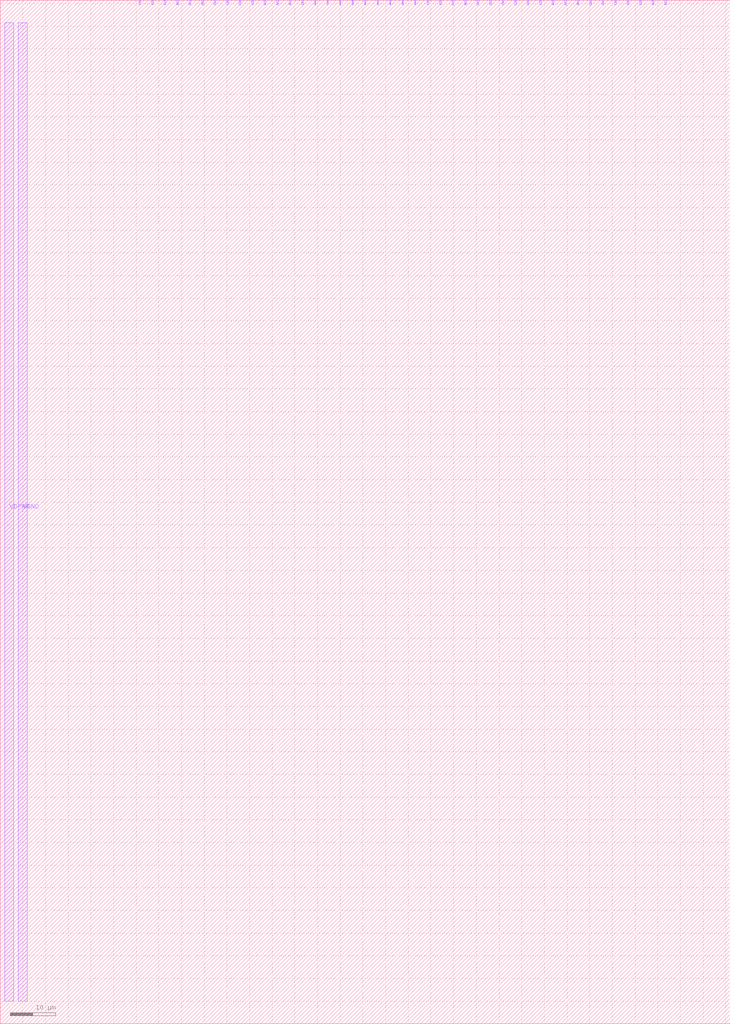
<source format=lef>
VERSION 5.7 ;
  NOWIREEXTENSIONATPIN ON ;
  DIVIDERCHAR "/" ;
  BUSBITCHARS "[]" ;
MACRO tt_um_pg_4_bit
  CLASS BLOCK ;
  FOREIGN tt_um_pg_4_bit ;
  ORIGIN 0.000 0.000 ;
  SIZE 161.000 BY 225.760 ;
  PIN clk
    DIRECTION INPUT ;
    USE SIGNAL ;
    PORT
      LAYER met4 ;
        RECT 143.830 224.760 144.130 225.760 ;
    END
  END clk
  PIN ena
    DIRECTION INPUT ;
    USE SIGNAL ;
    PORT
      LAYER met4 ;
        RECT 146.590 224.760 146.890 225.760 ;
    END
  END ena
  PIN rst_n
    DIRECTION INPUT ;
    USE SIGNAL ;
    PORT
      LAYER met4 ;
        RECT 141.070 224.760 141.370 225.760 ;
    END
  END rst_n
  PIN ui_in[0]
    DIRECTION INPUT ;
    USE SIGNAL ;
    PORT
      LAYER met4 ;
        RECT 138.310 224.760 138.610 225.760 ;
    END
  END ui_in[0]
  PIN ui_in[1]
    DIRECTION INPUT ;
    USE SIGNAL ;
    PORT
      LAYER met4 ;
        RECT 135.550 224.760 135.850 225.760 ;
    END
  END ui_in[1]
  PIN ui_in[2]
    DIRECTION INPUT ;
    USE SIGNAL ;
    PORT
      LAYER met4 ;
        RECT 132.790 224.760 133.090 225.760 ;
    END
  END ui_in[2]
  PIN ui_in[3]
    DIRECTION INPUT ;
    USE SIGNAL ;
    PORT
      LAYER met4 ;
        RECT 130.030 224.760 130.330 225.760 ;
    END
  END ui_in[3]
  PIN ui_in[4]
    DIRECTION INPUT ;
    USE SIGNAL ;
    PORT
      LAYER met4 ;
        RECT 127.270 224.760 127.570 225.760 ;
    END
  END ui_in[4]
  PIN ui_in[5]
    DIRECTION INPUT ;
    USE SIGNAL ;
    PORT
      LAYER met4 ;
        RECT 124.510 224.760 124.810 225.760 ;
    END
  END ui_in[5]
  PIN ui_in[6]
    DIRECTION INPUT ;
    USE SIGNAL ;
    PORT
      LAYER met4 ;
        RECT 121.750 224.760 122.050 225.760 ;
    END
  END ui_in[6]
  PIN ui_in[7]
    DIRECTION INPUT ;
    USE SIGNAL ;
    PORT
      LAYER met4 ;
        RECT 118.990 224.760 119.290 225.760 ;
    END
  END ui_in[7]
  PIN uio_in[0]
    DIRECTION INPUT ;
    USE SIGNAL ;
    PORT
      LAYER met4 ;
        RECT 116.230 224.760 116.530 225.760 ;
    END
  END uio_in[0]
  PIN uio_in[1]
    DIRECTION INPUT ;
    USE SIGNAL ;
    PORT
      LAYER met4 ;
        RECT 113.470 224.760 113.770 225.760 ;
    END
  END uio_in[1]
  PIN uio_in[2]
    DIRECTION INPUT ;
    USE SIGNAL ;
    PORT
      LAYER met4 ;
        RECT 110.710 224.760 111.010 225.760 ;
    END
  END uio_in[2]
  PIN uio_in[3]
    DIRECTION INPUT ;
    USE SIGNAL ;
    PORT
      LAYER met4 ;
        RECT 107.950 224.760 108.250 225.760 ;
    END
  END uio_in[3]
  PIN uio_in[4]
    DIRECTION INPUT ;
    USE SIGNAL ;
    PORT
      LAYER met4 ;
        RECT 105.190 224.760 105.490 225.760 ;
    END
  END uio_in[4]
  PIN uio_in[5]
    DIRECTION INPUT ;
    USE SIGNAL ;
    PORT
      LAYER met4 ;
        RECT 102.430 224.760 102.730 225.760 ;
    END
  END uio_in[5]
  PIN uio_in[6]
    DIRECTION INPUT ;
    USE SIGNAL ;
    PORT
      LAYER met4 ;
        RECT 99.670 224.760 99.970 225.760 ;
    END
  END uio_in[6]
  PIN uio_in[7]
    DIRECTION INPUT ;
    USE SIGNAL ;
    PORT
      LAYER met4 ;
        RECT 96.910 224.760 97.210 225.760 ;
    END
  END uio_in[7]
  PIN uio_oe[0]
    DIRECTION OUTPUT TRISTATE ;
    USE SIGNAL ;
    PORT
      LAYER met4 ;
        RECT 49.990 224.760 50.290 225.760 ;
    END
  END uio_oe[0]
  PIN uio_oe[1]
    DIRECTION OUTPUT TRISTATE ;
    USE SIGNAL ;
    PORT
      LAYER met4 ;
        RECT 47.230 224.760 47.530 225.760 ;
    END
  END uio_oe[1]
  PIN uio_oe[2]
    DIRECTION OUTPUT TRISTATE ;
    USE SIGNAL ;
    PORT
      LAYER met4 ;
        RECT 44.470 224.760 44.770 225.760 ;
    END
  END uio_oe[2]
  PIN uio_oe[3]
    DIRECTION OUTPUT TRISTATE ;
    USE SIGNAL ;
    PORT
      LAYER met4 ;
        RECT 41.710 224.760 42.010 225.760 ;
    END
  END uio_oe[3]
  PIN uio_oe[4]
    DIRECTION OUTPUT TRISTATE ;
    USE SIGNAL ;
    PORT
      LAYER met4 ;
        RECT 38.950 224.760 39.250 225.760 ;
    END
  END uio_oe[4]
  PIN uio_oe[5]
    DIRECTION OUTPUT TRISTATE ;
    USE SIGNAL ;
    PORT
      LAYER met4 ;
        RECT 36.190 224.760 36.490 225.760 ;
    END
  END uio_oe[5]
  PIN uio_oe[6]
    DIRECTION OUTPUT TRISTATE ;
    USE SIGNAL ;
    PORT
      LAYER met4 ;
        RECT 33.430 224.760 33.730 225.760 ;
    END
  END uio_oe[6]
  PIN uio_oe[7]
    DIRECTION OUTPUT TRISTATE ;
    USE SIGNAL ;
    PORT
      LAYER met4 ;
        RECT 30.670 224.760 30.970 225.760 ;
    END
  END uio_oe[7]
  PIN uio_out[0]
    DIRECTION OUTPUT TRISTATE ;
    USE SIGNAL ;
    PORT
      LAYER met4 ;
        RECT 72.070 224.760 72.370 225.760 ;
    END
  END uio_out[0]
  PIN uio_out[1]
    DIRECTION OUTPUT TRISTATE ;
    USE SIGNAL ;
    PORT
      LAYER met4 ;
        RECT 69.310 224.760 69.610 225.760 ;
    END
  END uio_out[1]
  PIN uio_out[2]
    DIRECTION OUTPUT TRISTATE ;
    USE SIGNAL ;
    PORT
      LAYER met4 ;
        RECT 66.550 224.760 66.850 225.760 ;
    END
  END uio_out[2]
  PIN uio_out[3]
    DIRECTION OUTPUT TRISTATE ;
    USE SIGNAL ;
    PORT
      LAYER met4 ;
        RECT 63.790 224.760 64.090 225.760 ;
    END
  END uio_out[3]
  PIN uio_out[4]
    DIRECTION OUTPUT TRISTATE ;
    USE SIGNAL ;
    PORT
      LAYER met4 ;
        RECT 61.030 224.760 61.330 225.760 ;
    END
  END uio_out[4]
  PIN uio_out[5]
    DIRECTION OUTPUT TRISTATE ;
    USE SIGNAL ;
    PORT
      LAYER met4 ;
        RECT 58.270 224.760 58.570 225.760 ;
    END
  END uio_out[5]
  PIN uio_out[6]
    DIRECTION OUTPUT TRISTATE ;
    USE SIGNAL ;
    PORT
      LAYER met4 ;
        RECT 55.510 224.760 55.810 225.760 ;
    END
  END uio_out[6]
  PIN uio_out[7]
    DIRECTION OUTPUT TRISTATE ;
    USE SIGNAL ;
    PORT
      LAYER met4 ;
        RECT 52.750 224.760 53.050 225.760 ;
    END
  END uio_out[7]
  PIN uo_out[0]
    DIRECTION OUTPUT TRISTATE ;
    USE SIGNAL ;
    PORT
      LAYER met4 ;
        RECT 94.150 224.760 94.450 225.760 ;
    END
  END uo_out[0]
  PIN uo_out[1]
    DIRECTION OUTPUT TRISTATE ;
    USE SIGNAL ;
    PORT
      LAYER met4 ;
        RECT 91.390 224.760 91.690 225.760 ;
    END
  END uo_out[1]
  PIN uo_out[2]
    DIRECTION OUTPUT TRISTATE ;
    USE SIGNAL ;
    PORT
      LAYER met4 ;
        RECT 88.630 224.760 88.930 225.760 ;
    END
  END uo_out[2]
  PIN uo_out[3]
    DIRECTION OUTPUT TRISTATE ;
    USE SIGNAL ;
    PORT
      LAYER met4 ;
        RECT 85.870 224.760 86.170 225.760 ;
    END
  END uo_out[3]
  PIN uo_out[4]
    DIRECTION OUTPUT TRISTATE ;
    USE SIGNAL ;
    PORT
      LAYER met4 ;
        RECT 83.110 224.760 83.410 225.760 ;
    END
  END uo_out[4]
  PIN uo_out[5]
    DIRECTION OUTPUT TRISTATE ;
    USE SIGNAL ;
    PORT
      LAYER met4 ;
        RECT 80.350 224.760 80.650 225.760 ;
    END
  END uo_out[5]
  PIN uo_out[6]
    DIRECTION OUTPUT TRISTATE ;
    USE SIGNAL ;
    PORT
      LAYER met4 ;
        RECT 77.590 224.760 77.890 225.760 ;
    END
  END uo_out[6]
  PIN uo_out[7]
    DIRECTION OUTPUT TRISTATE ;
    USE SIGNAL ;
    PORT
      LAYER met4 ;
        RECT 74.830 224.760 75.130 225.760 ;
    END
  END uo_out[7]
  PIN VDPWR
    DIRECTION INOUT ;
    USE POWER ;
    PORT
      LAYER met4 ;
        RECT 1.000 5.000 3.000 220.760 ;
    END
  END VDPWR
  PIN VGND
    DIRECTION INOUT ;
    USE GROUND ;
    PORT
      LAYER met4 ;
        RECT 4.000 5.000 6.000 220.760 ;
    END
  END VGND
END tt_um_pg_4_bit
END LIBRARY


</source>
